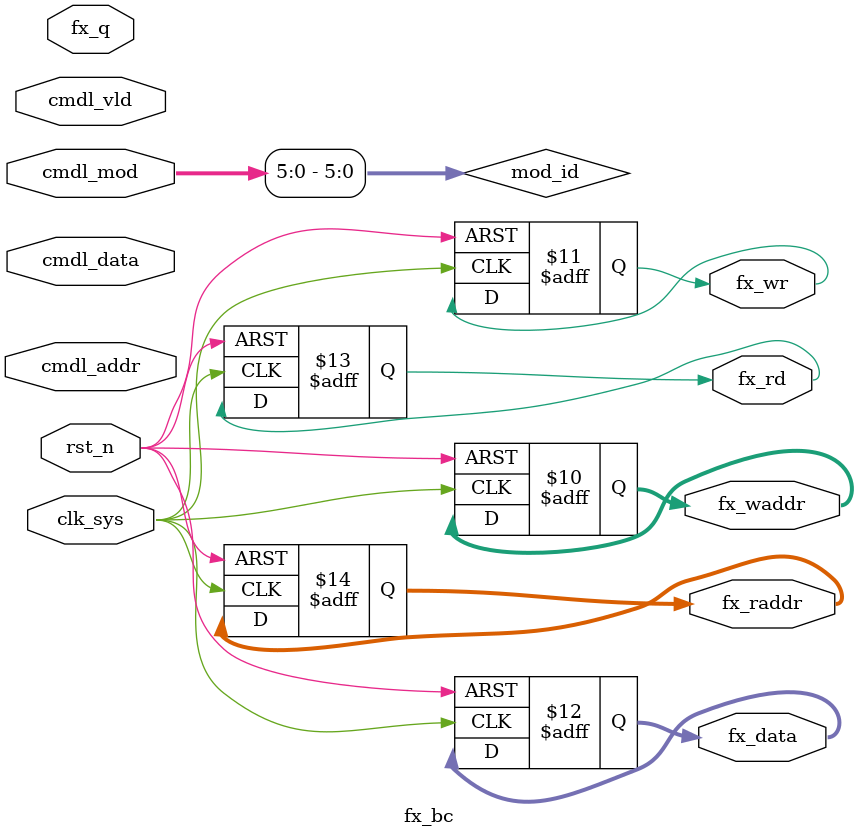
<source format=v>

module fx_bc(
cmdl_mod,
cmdl_addr,
cmdl_data,
cmdl_vld,
//fx bus
fx_waddr,
fx_wr,
fx_data,
fx_rd,
fx_raddr,
fx_q,
//clk rst
clk_sys,
rst_n
);
input [7:0] cmdl_mod;
input [7:0] cmdl_addr;
input [7:0] cmdl_data;
input 			cmdl_vld;
//fx bus
output [15:0]	fx_waddr;
output 				fx_wr;
output [7:0]	fx_data;
output				fx_rd;
output [15:0]	fx_raddr;
input  [7:0]	fx_q;
//clk rst
input clk_sys;
input rst_n;

//--------------------------------------
//--------------------------------------


wire en_wr = (cmdl_mod[7:6] == 2'b10) ? 1'b1 : 1'b0;
wire en_rd = (cmdl_mod[7:6] == 2'b00) ? 1'b1 : 1'b0;
wire [5:0] mod_id = cmdl_mod[5:0];
wire [15:0] waddr = en_wr ? {2'h0,mod_id,cmdl_addr} : 16'h0;
wire [15:0] raddr = en_rd ? {2'h0,mod_id,cmdl_addr} : 16'h0;
wire [7:0]	data = en_wr ? cmdl_data : 8'h0;

reg [15:0]	fx_waddr;
reg 				fx_wr;
reg [7:0]		fx_data;
reg					fx_rd;
reg [15:0]	fx_raddr;
always @(posedge clk_sys or negedge rst_n)	begin
	if(~rst_n)	begin
		fx_waddr <= 16'h0;
		fx_wr <= 1'b0;
		fx_data <= 8'h0;
		fx_rd <= 1'b0;
		fx_raddr <= 16'h0;
	end
	else begin
	
	
	end
end

endmodule

</source>
